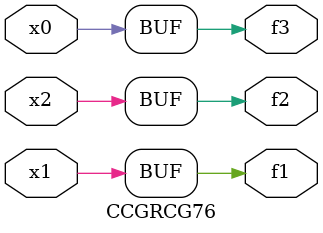
<source format=v>
module CCGRCG76(
	input x0, x1, x2,
	output f1, f2, f3
);
	assign f1 = x1;
	assign f2 = x2;
	assign f3 = x0;
endmodule

</source>
